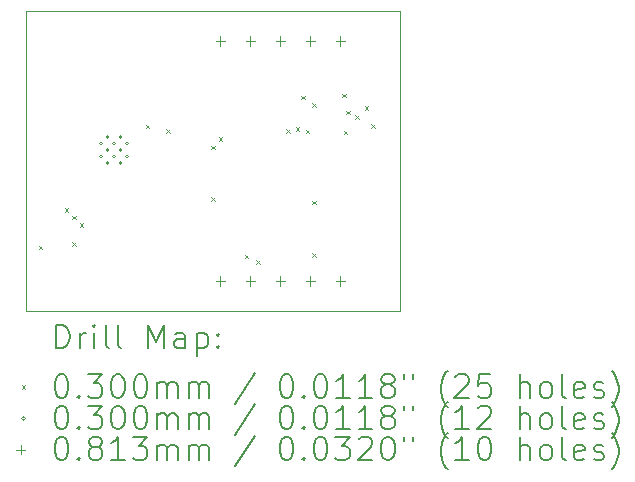
<source format=gbr>
%TF.GenerationSoftware,KiCad,Pcbnew,8.0.3*%
%TF.CreationDate,2024-06-16T13:56:39+02:00*%
%TF.ProjectId,UPET-Wifi,55504554-2d57-4696-9669-2e6b69636164,rev?*%
%TF.SameCoordinates,Original*%
%TF.FileFunction,Drillmap*%
%TF.FilePolarity,Positive*%
%FSLAX45Y45*%
G04 Gerber Fmt 4.5, Leading zero omitted, Abs format (unit mm)*
G04 Created by KiCad (PCBNEW 8.0.3) date 2024-06-16 13:56:39*
%MOMM*%
%LPD*%
G01*
G04 APERTURE LIST*
%ADD10C,0.050000*%
%ADD11C,0.200000*%
%ADD12C,0.100000*%
G04 APERTURE END LIST*
D10*
X15621000Y-10795000D02*
X12448500Y-10795000D01*
X12448500Y-8255000D02*
X15621000Y-8255000D01*
X15621000Y-8255000D02*
X15621000Y-10795000D01*
X12448500Y-10795000D02*
X12448500Y-8255000D01*
D11*
D12*
X12558000Y-10240250D02*
X12588000Y-10270250D01*
X12588000Y-10240250D02*
X12558000Y-10270250D01*
X12780250Y-9922750D02*
X12810250Y-9952750D01*
X12810250Y-9922750D02*
X12780250Y-9952750D01*
X12843750Y-9986250D02*
X12873750Y-10016250D01*
X12873750Y-9986250D02*
X12843750Y-10016250D01*
X12843750Y-10208500D02*
X12873750Y-10238500D01*
X12873750Y-10208500D02*
X12843750Y-10238500D01*
X12907250Y-10049750D02*
X12937250Y-10079750D01*
X12937250Y-10049750D02*
X12907250Y-10079750D01*
X13464538Y-9216000D02*
X13494538Y-9246000D01*
X13494538Y-9216000D02*
X13464538Y-9246000D01*
X13637500Y-9256000D02*
X13667500Y-9286000D01*
X13667500Y-9256000D02*
X13637500Y-9286000D01*
X14018500Y-9394500D02*
X14048500Y-9424500D01*
X14048500Y-9394500D02*
X14018500Y-9424500D01*
X14018500Y-9827500D02*
X14048500Y-9857500D01*
X14048500Y-9827500D02*
X14018500Y-9857500D01*
X14082000Y-9319500D02*
X14112000Y-9349500D01*
X14112000Y-9319500D02*
X14082000Y-9349500D01*
X14302750Y-10317962D02*
X14332750Y-10347962D01*
X14332750Y-10317962D02*
X14302750Y-10347962D01*
X14401573Y-10364224D02*
X14431573Y-10394224D01*
X14431573Y-10364224D02*
X14401573Y-10394224D01*
X14653500Y-9256000D02*
X14683500Y-9286000D01*
X14683500Y-9256000D02*
X14653500Y-9286000D01*
X14736223Y-9235750D02*
X14766223Y-9265750D01*
X14766223Y-9235750D02*
X14736223Y-9265750D01*
X14780500Y-8970250D02*
X14810500Y-9000250D01*
X14810500Y-8970250D02*
X14780500Y-9000250D01*
X14818360Y-9257627D02*
X14848360Y-9287627D01*
X14848360Y-9257627D02*
X14818360Y-9287627D01*
X14875750Y-9033750D02*
X14905750Y-9063750D01*
X14905750Y-9033750D02*
X14875750Y-9063750D01*
X14875750Y-9859250D02*
X14905750Y-9889250D01*
X14905750Y-9859250D02*
X14875750Y-9889250D01*
X14875750Y-10303750D02*
X14905750Y-10333750D01*
X14905750Y-10303750D02*
X14875750Y-10333750D01*
X15130923Y-8951803D02*
X15160923Y-8981803D01*
X15160923Y-8951803D02*
X15130923Y-8981803D01*
X15141769Y-9264693D02*
X15171769Y-9294693D01*
X15171769Y-9264693D02*
X15141769Y-9294693D01*
X15161500Y-9097250D02*
X15191500Y-9127250D01*
X15191500Y-9097250D02*
X15161500Y-9127250D01*
X15237526Y-9135263D02*
X15267526Y-9165263D01*
X15267526Y-9135263D02*
X15237526Y-9165263D01*
X15318584Y-9056908D02*
X15348584Y-9086908D01*
X15348584Y-9056908D02*
X15318584Y-9086908D01*
X15374368Y-9210781D02*
X15404368Y-9240781D01*
X15404368Y-9210781D02*
X15374368Y-9240781D01*
X13101250Y-9374000D02*
G75*
G02*
X13071250Y-9374000I-15000J0D01*
G01*
X13071250Y-9374000D02*
G75*
G02*
X13101250Y-9374000I15000J0D01*
G01*
X13101250Y-9484000D02*
G75*
G02*
X13071250Y-9484000I-15000J0D01*
G01*
X13071250Y-9484000D02*
G75*
G02*
X13101250Y-9484000I15000J0D01*
G01*
X13156250Y-9319000D02*
G75*
G02*
X13126250Y-9319000I-15000J0D01*
G01*
X13126250Y-9319000D02*
G75*
G02*
X13156250Y-9319000I15000J0D01*
G01*
X13156250Y-9429000D02*
G75*
G02*
X13126250Y-9429000I-15000J0D01*
G01*
X13126250Y-9429000D02*
G75*
G02*
X13156250Y-9429000I15000J0D01*
G01*
X13156250Y-9539000D02*
G75*
G02*
X13126250Y-9539000I-15000J0D01*
G01*
X13126250Y-9539000D02*
G75*
G02*
X13156250Y-9539000I15000J0D01*
G01*
X13211250Y-9374000D02*
G75*
G02*
X13181250Y-9374000I-15000J0D01*
G01*
X13181250Y-9374000D02*
G75*
G02*
X13211250Y-9374000I15000J0D01*
G01*
X13211250Y-9484000D02*
G75*
G02*
X13181250Y-9484000I-15000J0D01*
G01*
X13181250Y-9484000D02*
G75*
G02*
X13211250Y-9484000I15000J0D01*
G01*
X13266250Y-9319000D02*
G75*
G02*
X13236250Y-9319000I-15000J0D01*
G01*
X13236250Y-9319000D02*
G75*
G02*
X13266250Y-9319000I15000J0D01*
G01*
X13266250Y-9429000D02*
G75*
G02*
X13236250Y-9429000I-15000J0D01*
G01*
X13236250Y-9429000D02*
G75*
G02*
X13266250Y-9429000I15000J0D01*
G01*
X13266250Y-9539000D02*
G75*
G02*
X13236250Y-9539000I-15000J0D01*
G01*
X13236250Y-9539000D02*
G75*
G02*
X13266250Y-9539000I15000J0D01*
G01*
X13321250Y-9374000D02*
G75*
G02*
X13291250Y-9374000I-15000J0D01*
G01*
X13291250Y-9374000D02*
G75*
G02*
X13321250Y-9374000I15000J0D01*
G01*
X13321250Y-9484000D02*
G75*
G02*
X13291250Y-9484000I-15000J0D01*
G01*
X13291250Y-9484000D02*
G75*
G02*
X13321250Y-9484000I15000J0D01*
G01*
X14097000Y-8468360D02*
X14097000Y-8549640D01*
X14056360Y-8509000D02*
X14137640Y-8509000D01*
X14097000Y-10500360D02*
X14097000Y-10581640D01*
X14056360Y-10541000D02*
X14137640Y-10541000D01*
X14351000Y-8468360D02*
X14351000Y-8549640D01*
X14310360Y-8509000D02*
X14391640Y-8509000D01*
X14351000Y-10500360D02*
X14351000Y-10581640D01*
X14310360Y-10541000D02*
X14391640Y-10541000D01*
X14605000Y-8468360D02*
X14605000Y-8549640D01*
X14564360Y-8509000D02*
X14645640Y-8509000D01*
X14605000Y-10500360D02*
X14605000Y-10581640D01*
X14564360Y-10541000D02*
X14645640Y-10541000D01*
X14859000Y-8468360D02*
X14859000Y-8549640D01*
X14818360Y-8509000D02*
X14899640Y-8509000D01*
X14859000Y-10500360D02*
X14859000Y-10581640D01*
X14818360Y-10541000D02*
X14899640Y-10541000D01*
X15113000Y-8468360D02*
X15113000Y-8549640D01*
X15072360Y-8509000D02*
X15153640Y-8509000D01*
X15113000Y-10500360D02*
X15113000Y-10581640D01*
X15072360Y-10541000D02*
X15153640Y-10541000D01*
D11*
X12706777Y-11108984D02*
X12706777Y-10908984D01*
X12706777Y-10908984D02*
X12754396Y-10908984D01*
X12754396Y-10908984D02*
X12782967Y-10918508D01*
X12782967Y-10918508D02*
X12802015Y-10937555D01*
X12802015Y-10937555D02*
X12811539Y-10956603D01*
X12811539Y-10956603D02*
X12821062Y-10994698D01*
X12821062Y-10994698D02*
X12821062Y-11023270D01*
X12821062Y-11023270D02*
X12811539Y-11061365D01*
X12811539Y-11061365D02*
X12802015Y-11080412D01*
X12802015Y-11080412D02*
X12782967Y-11099460D01*
X12782967Y-11099460D02*
X12754396Y-11108984D01*
X12754396Y-11108984D02*
X12706777Y-11108984D01*
X12906777Y-11108984D02*
X12906777Y-10975650D01*
X12906777Y-11013746D02*
X12916301Y-10994698D01*
X12916301Y-10994698D02*
X12925824Y-10985174D01*
X12925824Y-10985174D02*
X12944872Y-10975650D01*
X12944872Y-10975650D02*
X12963920Y-10975650D01*
X13030586Y-11108984D02*
X13030586Y-10975650D01*
X13030586Y-10908984D02*
X13021062Y-10918508D01*
X13021062Y-10918508D02*
X13030586Y-10928031D01*
X13030586Y-10928031D02*
X13040110Y-10918508D01*
X13040110Y-10918508D02*
X13030586Y-10908984D01*
X13030586Y-10908984D02*
X13030586Y-10928031D01*
X13154396Y-11108984D02*
X13135348Y-11099460D01*
X13135348Y-11099460D02*
X13125824Y-11080412D01*
X13125824Y-11080412D02*
X13125824Y-10908984D01*
X13259158Y-11108984D02*
X13240110Y-11099460D01*
X13240110Y-11099460D02*
X13230586Y-11080412D01*
X13230586Y-11080412D02*
X13230586Y-10908984D01*
X13487729Y-11108984D02*
X13487729Y-10908984D01*
X13487729Y-10908984D02*
X13554396Y-11051841D01*
X13554396Y-11051841D02*
X13621062Y-10908984D01*
X13621062Y-10908984D02*
X13621062Y-11108984D01*
X13802015Y-11108984D02*
X13802015Y-11004222D01*
X13802015Y-11004222D02*
X13792491Y-10985174D01*
X13792491Y-10985174D02*
X13773443Y-10975650D01*
X13773443Y-10975650D02*
X13735348Y-10975650D01*
X13735348Y-10975650D02*
X13716301Y-10985174D01*
X13802015Y-11099460D02*
X13782967Y-11108984D01*
X13782967Y-11108984D02*
X13735348Y-11108984D01*
X13735348Y-11108984D02*
X13716301Y-11099460D01*
X13716301Y-11099460D02*
X13706777Y-11080412D01*
X13706777Y-11080412D02*
X13706777Y-11061365D01*
X13706777Y-11061365D02*
X13716301Y-11042317D01*
X13716301Y-11042317D02*
X13735348Y-11032793D01*
X13735348Y-11032793D02*
X13782967Y-11032793D01*
X13782967Y-11032793D02*
X13802015Y-11023270D01*
X13897253Y-10975650D02*
X13897253Y-11175650D01*
X13897253Y-10985174D02*
X13916301Y-10975650D01*
X13916301Y-10975650D02*
X13954396Y-10975650D01*
X13954396Y-10975650D02*
X13973443Y-10985174D01*
X13973443Y-10985174D02*
X13982967Y-10994698D01*
X13982967Y-10994698D02*
X13992491Y-11013746D01*
X13992491Y-11013746D02*
X13992491Y-11070889D01*
X13992491Y-11070889D02*
X13982967Y-11089936D01*
X13982967Y-11089936D02*
X13973443Y-11099460D01*
X13973443Y-11099460D02*
X13954396Y-11108984D01*
X13954396Y-11108984D02*
X13916301Y-11108984D01*
X13916301Y-11108984D02*
X13897253Y-11099460D01*
X14078205Y-11089936D02*
X14087729Y-11099460D01*
X14087729Y-11099460D02*
X14078205Y-11108984D01*
X14078205Y-11108984D02*
X14068682Y-11099460D01*
X14068682Y-11099460D02*
X14078205Y-11089936D01*
X14078205Y-11089936D02*
X14078205Y-11108984D01*
X14078205Y-10985174D02*
X14087729Y-10994698D01*
X14087729Y-10994698D02*
X14078205Y-11004222D01*
X14078205Y-11004222D02*
X14068682Y-10994698D01*
X14068682Y-10994698D02*
X14078205Y-10985174D01*
X14078205Y-10985174D02*
X14078205Y-11004222D01*
D12*
X12416000Y-11422500D02*
X12446000Y-11452500D01*
X12446000Y-11422500D02*
X12416000Y-11452500D01*
D11*
X12744872Y-11328984D02*
X12763920Y-11328984D01*
X12763920Y-11328984D02*
X12782967Y-11338508D01*
X12782967Y-11338508D02*
X12792491Y-11348031D01*
X12792491Y-11348031D02*
X12802015Y-11367079D01*
X12802015Y-11367079D02*
X12811539Y-11405174D01*
X12811539Y-11405174D02*
X12811539Y-11452793D01*
X12811539Y-11452793D02*
X12802015Y-11490888D01*
X12802015Y-11490888D02*
X12792491Y-11509936D01*
X12792491Y-11509936D02*
X12782967Y-11519460D01*
X12782967Y-11519460D02*
X12763920Y-11528984D01*
X12763920Y-11528984D02*
X12744872Y-11528984D01*
X12744872Y-11528984D02*
X12725824Y-11519460D01*
X12725824Y-11519460D02*
X12716301Y-11509936D01*
X12716301Y-11509936D02*
X12706777Y-11490888D01*
X12706777Y-11490888D02*
X12697253Y-11452793D01*
X12697253Y-11452793D02*
X12697253Y-11405174D01*
X12697253Y-11405174D02*
X12706777Y-11367079D01*
X12706777Y-11367079D02*
X12716301Y-11348031D01*
X12716301Y-11348031D02*
X12725824Y-11338508D01*
X12725824Y-11338508D02*
X12744872Y-11328984D01*
X12897253Y-11509936D02*
X12906777Y-11519460D01*
X12906777Y-11519460D02*
X12897253Y-11528984D01*
X12897253Y-11528984D02*
X12887729Y-11519460D01*
X12887729Y-11519460D02*
X12897253Y-11509936D01*
X12897253Y-11509936D02*
X12897253Y-11528984D01*
X12973443Y-11328984D02*
X13097253Y-11328984D01*
X13097253Y-11328984D02*
X13030586Y-11405174D01*
X13030586Y-11405174D02*
X13059158Y-11405174D01*
X13059158Y-11405174D02*
X13078205Y-11414698D01*
X13078205Y-11414698D02*
X13087729Y-11424222D01*
X13087729Y-11424222D02*
X13097253Y-11443269D01*
X13097253Y-11443269D02*
X13097253Y-11490888D01*
X13097253Y-11490888D02*
X13087729Y-11509936D01*
X13087729Y-11509936D02*
X13078205Y-11519460D01*
X13078205Y-11519460D02*
X13059158Y-11528984D01*
X13059158Y-11528984D02*
X13002015Y-11528984D01*
X13002015Y-11528984D02*
X12982967Y-11519460D01*
X12982967Y-11519460D02*
X12973443Y-11509936D01*
X13221062Y-11328984D02*
X13240110Y-11328984D01*
X13240110Y-11328984D02*
X13259158Y-11338508D01*
X13259158Y-11338508D02*
X13268682Y-11348031D01*
X13268682Y-11348031D02*
X13278205Y-11367079D01*
X13278205Y-11367079D02*
X13287729Y-11405174D01*
X13287729Y-11405174D02*
X13287729Y-11452793D01*
X13287729Y-11452793D02*
X13278205Y-11490888D01*
X13278205Y-11490888D02*
X13268682Y-11509936D01*
X13268682Y-11509936D02*
X13259158Y-11519460D01*
X13259158Y-11519460D02*
X13240110Y-11528984D01*
X13240110Y-11528984D02*
X13221062Y-11528984D01*
X13221062Y-11528984D02*
X13202015Y-11519460D01*
X13202015Y-11519460D02*
X13192491Y-11509936D01*
X13192491Y-11509936D02*
X13182967Y-11490888D01*
X13182967Y-11490888D02*
X13173443Y-11452793D01*
X13173443Y-11452793D02*
X13173443Y-11405174D01*
X13173443Y-11405174D02*
X13182967Y-11367079D01*
X13182967Y-11367079D02*
X13192491Y-11348031D01*
X13192491Y-11348031D02*
X13202015Y-11338508D01*
X13202015Y-11338508D02*
X13221062Y-11328984D01*
X13411539Y-11328984D02*
X13430586Y-11328984D01*
X13430586Y-11328984D02*
X13449634Y-11338508D01*
X13449634Y-11338508D02*
X13459158Y-11348031D01*
X13459158Y-11348031D02*
X13468682Y-11367079D01*
X13468682Y-11367079D02*
X13478205Y-11405174D01*
X13478205Y-11405174D02*
X13478205Y-11452793D01*
X13478205Y-11452793D02*
X13468682Y-11490888D01*
X13468682Y-11490888D02*
X13459158Y-11509936D01*
X13459158Y-11509936D02*
X13449634Y-11519460D01*
X13449634Y-11519460D02*
X13430586Y-11528984D01*
X13430586Y-11528984D02*
X13411539Y-11528984D01*
X13411539Y-11528984D02*
X13392491Y-11519460D01*
X13392491Y-11519460D02*
X13382967Y-11509936D01*
X13382967Y-11509936D02*
X13373443Y-11490888D01*
X13373443Y-11490888D02*
X13363920Y-11452793D01*
X13363920Y-11452793D02*
X13363920Y-11405174D01*
X13363920Y-11405174D02*
X13373443Y-11367079D01*
X13373443Y-11367079D02*
X13382967Y-11348031D01*
X13382967Y-11348031D02*
X13392491Y-11338508D01*
X13392491Y-11338508D02*
X13411539Y-11328984D01*
X13563920Y-11528984D02*
X13563920Y-11395650D01*
X13563920Y-11414698D02*
X13573443Y-11405174D01*
X13573443Y-11405174D02*
X13592491Y-11395650D01*
X13592491Y-11395650D02*
X13621063Y-11395650D01*
X13621063Y-11395650D02*
X13640110Y-11405174D01*
X13640110Y-11405174D02*
X13649634Y-11424222D01*
X13649634Y-11424222D02*
X13649634Y-11528984D01*
X13649634Y-11424222D02*
X13659158Y-11405174D01*
X13659158Y-11405174D02*
X13678205Y-11395650D01*
X13678205Y-11395650D02*
X13706777Y-11395650D01*
X13706777Y-11395650D02*
X13725824Y-11405174D01*
X13725824Y-11405174D02*
X13735348Y-11424222D01*
X13735348Y-11424222D02*
X13735348Y-11528984D01*
X13830586Y-11528984D02*
X13830586Y-11395650D01*
X13830586Y-11414698D02*
X13840110Y-11405174D01*
X13840110Y-11405174D02*
X13859158Y-11395650D01*
X13859158Y-11395650D02*
X13887729Y-11395650D01*
X13887729Y-11395650D02*
X13906777Y-11405174D01*
X13906777Y-11405174D02*
X13916301Y-11424222D01*
X13916301Y-11424222D02*
X13916301Y-11528984D01*
X13916301Y-11424222D02*
X13925824Y-11405174D01*
X13925824Y-11405174D02*
X13944872Y-11395650D01*
X13944872Y-11395650D02*
X13973443Y-11395650D01*
X13973443Y-11395650D02*
X13992491Y-11405174D01*
X13992491Y-11405174D02*
X14002015Y-11424222D01*
X14002015Y-11424222D02*
X14002015Y-11528984D01*
X14392491Y-11319460D02*
X14221063Y-11576603D01*
X14649634Y-11328984D02*
X14668682Y-11328984D01*
X14668682Y-11328984D02*
X14687729Y-11338508D01*
X14687729Y-11338508D02*
X14697253Y-11348031D01*
X14697253Y-11348031D02*
X14706777Y-11367079D01*
X14706777Y-11367079D02*
X14716301Y-11405174D01*
X14716301Y-11405174D02*
X14716301Y-11452793D01*
X14716301Y-11452793D02*
X14706777Y-11490888D01*
X14706777Y-11490888D02*
X14697253Y-11509936D01*
X14697253Y-11509936D02*
X14687729Y-11519460D01*
X14687729Y-11519460D02*
X14668682Y-11528984D01*
X14668682Y-11528984D02*
X14649634Y-11528984D01*
X14649634Y-11528984D02*
X14630586Y-11519460D01*
X14630586Y-11519460D02*
X14621063Y-11509936D01*
X14621063Y-11509936D02*
X14611539Y-11490888D01*
X14611539Y-11490888D02*
X14602015Y-11452793D01*
X14602015Y-11452793D02*
X14602015Y-11405174D01*
X14602015Y-11405174D02*
X14611539Y-11367079D01*
X14611539Y-11367079D02*
X14621063Y-11348031D01*
X14621063Y-11348031D02*
X14630586Y-11338508D01*
X14630586Y-11338508D02*
X14649634Y-11328984D01*
X14802015Y-11509936D02*
X14811539Y-11519460D01*
X14811539Y-11519460D02*
X14802015Y-11528984D01*
X14802015Y-11528984D02*
X14792491Y-11519460D01*
X14792491Y-11519460D02*
X14802015Y-11509936D01*
X14802015Y-11509936D02*
X14802015Y-11528984D01*
X14935348Y-11328984D02*
X14954396Y-11328984D01*
X14954396Y-11328984D02*
X14973444Y-11338508D01*
X14973444Y-11338508D02*
X14982967Y-11348031D01*
X14982967Y-11348031D02*
X14992491Y-11367079D01*
X14992491Y-11367079D02*
X15002015Y-11405174D01*
X15002015Y-11405174D02*
X15002015Y-11452793D01*
X15002015Y-11452793D02*
X14992491Y-11490888D01*
X14992491Y-11490888D02*
X14982967Y-11509936D01*
X14982967Y-11509936D02*
X14973444Y-11519460D01*
X14973444Y-11519460D02*
X14954396Y-11528984D01*
X14954396Y-11528984D02*
X14935348Y-11528984D01*
X14935348Y-11528984D02*
X14916301Y-11519460D01*
X14916301Y-11519460D02*
X14906777Y-11509936D01*
X14906777Y-11509936D02*
X14897253Y-11490888D01*
X14897253Y-11490888D02*
X14887729Y-11452793D01*
X14887729Y-11452793D02*
X14887729Y-11405174D01*
X14887729Y-11405174D02*
X14897253Y-11367079D01*
X14897253Y-11367079D02*
X14906777Y-11348031D01*
X14906777Y-11348031D02*
X14916301Y-11338508D01*
X14916301Y-11338508D02*
X14935348Y-11328984D01*
X15192491Y-11528984D02*
X15078206Y-11528984D01*
X15135348Y-11528984D02*
X15135348Y-11328984D01*
X15135348Y-11328984D02*
X15116301Y-11357555D01*
X15116301Y-11357555D02*
X15097253Y-11376603D01*
X15097253Y-11376603D02*
X15078206Y-11386127D01*
X15382967Y-11528984D02*
X15268682Y-11528984D01*
X15325825Y-11528984D02*
X15325825Y-11328984D01*
X15325825Y-11328984D02*
X15306777Y-11357555D01*
X15306777Y-11357555D02*
X15287729Y-11376603D01*
X15287729Y-11376603D02*
X15268682Y-11386127D01*
X15497253Y-11414698D02*
X15478206Y-11405174D01*
X15478206Y-11405174D02*
X15468682Y-11395650D01*
X15468682Y-11395650D02*
X15459158Y-11376603D01*
X15459158Y-11376603D02*
X15459158Y-11367079D01*
X15459158Y-11367079D02*
X15468682Y-11348031D01*
X15468682Y-11348031D02*
X15478206Y-11338508D01*
X15478206Y-11338508D02*
X15497253Y-11328984D01*
X15497253Y-11328984D02*
X15535348Y-11328984D01*
X15535348Y-11328984D02*
X15554396Y-11338508D01*
X15554396Y-11338508D02*
X15563920Y-11348031D01*
X15563920Y-11348031D02*
X15573444Y-11367079D01*
X15573444Y-11367079D02*
X15573444Y-11376603D01*
X15573444Y-11376603D02*
X15563920Y-11395650D01*
X15563920Y-11395650D02*
X15554396Y-11405174D01*
X15554396Y-11405174D02*
X15535348Y-11414698D01*
X15535348Y-11414698D02*
X15497253Y-11414698D01*
X15497253Y-11414698D02*
X15478206Y-11424222D01*
X15478206Y-11424222D02*
X15468682Y-11433746D01*
X15468682Y-11433746D02*
X15459158Y-11452793D01*
X15459158Y-11452793D02*
X15459158Y-11490888D01*
X15459158Y-11490888D02*
X15468682Y-11509936D01*
X15468682Y-11509936D02*
X15478206Y-11519460D01*
X15478206Y-11519460D02*
X15497253Y-11528984D01*
X15497253Y-11528984D02*
X15535348Y-11528984D01*
X15535348Y-11528984D02*
X15554396Y-11519460D01*
X15554396Y-11519460D02*
X15563920Y-11509936D01*
X15563920Y-11509936D02*
X15573444Y-11490888D01*
X15573444Y-11490888D02*
X15573444Y-11452793D01*
X15573444Y-11452793D02*
X15563920Y-11433746D01*
X15563920Y-11433746D02*
X15554396Y-11424222D01*
X15554396Y-11424222D02*
X15535348Y-11414698D01*
X15649634Y-11328984D02*
X15649634Y-11367079D01*
X15725825Y-11328984D02*
X15725825Y-11367079D01*
X16021063Y-11605174D02*
X16011539Y-11595650D01*
X16011539Y-11595650D02*
X15992491Y-11567079D01*
X15992491Y-11567079D02*
X15982968Y-11548031D01*
X15982968Y-11548031D02*
X15973444Y-11519460D01*
X15973444Y-11519460D02*
X15963920Y-11471841D01*
X15963920Y-11471841D02*
X15963920Y-11433746D01*
X15963920Y-11433746D02*
X15973444Y-11386127D01*
X15973444Y-11386127D02*
X15982968Y-11357555D01*
X15982968Y-11357555D02*
X15992491Y-11338508D01*
X15992491Y-11338508D02*
X16011539Y-11309936D01*
X16011539Y-11309936D02*
X16021063Y-11300412D01*
X16087729Y-11348031D02*
X16097253Y-11338508D01*
X16097253Y-11338508D02*
X16116301Y-11328984D01*
X16116301Y-11328984D02*
X16163920Y-11328984D01*
X16163920Y-11328984D02*
X16182968Y-11338508D01*
X16182968Y-11338508D02*
X16192491Y-11348031D01*
X16192491Y-11348031D02*
X16202015Y-11367079D01*
X16202015Y-11367079D02*
X16202015Y-11386127D01*
X16202015Y-11386127D02*
X16192491Y-11414698D01*
X16192491Y-11414698D02*
X16078206Y-11528984D01*
X16078206Y-11528984D02*
X16202015Y-11528984D01*
X16382968Y-11328984D02*
X16287729Y-11328984D01*
X16287729Y-11328984D02*
X16278206Y-11424222D01*
X16278206Y-11424222D02*
X16287729Y-11414698D01*
X16287729Y-11414698D02*
X16306777Y-11405174D01*
X16306777Y-11405174D02*
X16354396Y-11405174D01*
X16354396Y-11405174D02*
X16373444Y-11414698D01*
X16373444Y-11414698D02*
X16382968Y-11424222D01*
X16382968Y-11424222D02*
X16392491Y-11443269D01*
X16392491Y-11443269D02*
X16392491Y-11490888D01*
X16392491Y-11490888D02*
X16382968Y-11509936D01*
X16382968Y-11509936D02*
X16373444Y-11519460D01*
X16373444Y-11519460D02*
X16354396Y-11528984D01*
X16354396Y-11528984D02*
X16306777Y-11528984D01*
X16306777Y-11528984D02*
X16287729Y-11519460D01*
X16287729Y-11519460D02*
X16278206Y-11509936D01*
X16630587Y-11528984D02*
X16630587Y-11328984D01*
X16716301Y-11528984D02*
X16716301Y-11424222D01*
X16716301Y-11424222D02*
X16706777Y-11405174D01*
X16706777Y-11405174D02*
X16687730Y-11395650D01*
X16687730Y-11395650D02*
X16659158Y-11395650D01*
X16659158Y-11395650D02*
X16640110Y-11405174D01*
X16640110Y-11405174D02*
X16630587Y-11414698D01*
X16840111Y-11528984D02*
X16821063Y-11519460D01*
X16821063Y-11519460D02*
X16811539Y-11509936D01*
X16811539Y-11509936D02*
X16802015Y-11490888D01*
X16802015Y-11490888D02*
X16802015Y-11433746D01*
X16802015Y-11433746D02*
X16811539Y-11414698D01*
X16811539Y-11414698D02*
X16821063Y-11405174D01*
X16821063Y-11405174D02*
X16840111Y-11395650D01*
X16840111Y-11395650D02*
X16868682Y-11395650D01*
X16868682Y-11395650D02*
X16887730Y-11405174D01*
X16887730Y-11405174D02*
X16897253Y-11414698D01*
X16897253Y-11414698D02*
X16906777Y-11433746D01*
X16906777Y-11433746D02*
X16906777Y-11490888D01*
X16906777Y-11490888D02*
X16897253Y-11509936D01*
X16897253Y-11509936D02*
X16887730Y-11519460D01*
X16887730Y-11519460D02*
X16868682Y-11528984D01*
X16868682Y-11528984D02*
X16840111Y-11528984D01*
X17021063Y-11528984D02*
X17002015Y-11519460D01*
X17002015Y-11519460D02*
X16992492Y-11500412D01*
X16992492Y-11500412D02*
X16992492Y-11328984D01*
X17173444Y-11519460D02*
X17154396Y-11528984D01*
X17154396Y-11528984D02*
X17116301Y-11528984D01*
X17116301Y-11528984D02*
X17097253Y-11519460D01*
X17097253Y-11519460D02*
X17087730Y-11500412D01*
X17087730Y-11500412D02*
X17087730Y-11424222D01*
X17087730Y-11424222D02*
X17097253Y-11405174D01*
X17097253Y-11405174D02*
X17116301Y-11395650D01*
X17116301Y-11395650D02*
X17154396Y-11395650D01*
X17154396Y-11395650D02*
X17173444Y-11405174D01*
X17173444Y-11405174D02*
X17182968Y-11424222D01*
X17182968Y-11424222D02*
X17182968Y-11443269D01*
X17182968Y-11443269D02*
X17087730Y-11462317D01*
X17259158Y-11519460D02*
X17278206Y-11528984D01*
X17278206Y-11528984D02*
X17316301Y-11528984D01*
X17316301Y-11528984D02*
X17335349Y-11519460D01*
X17335349Y-11519460D02*
X17344873Y-11500412D01*
X17344873Y-11500412D02*
X17344873Y-11490888D01*
X17344873Y-11490888D02*
X17335349Y-11471841D01*
X17335349Y-11471841D02*
X17316301Y-11462317D01*
X17316301Y-11462317D02*
X17287730Y-11462317D01*
X17287730Y-11462317D02*
X17268682Y-11452793D01*
X17268682Y-11452793D02*
X17259158Y-11433746D01*
X17259158Y-11433746D02*
X17259158Y-11424222D01*
X17259158Y-11424222D02*
X17268682Y-11405174D01*
X17268682Y-11405174D02*
X17287730Y-11395650D01*
X17287730Y-11395650D02*
X17316301Y-11395650D01*
X17316301Y-11395650D02*
X17335349Y-11405174D01*
X17411539Y-11605174D02*
X17421063Y-11595650D01*
X17421063Y-11595650D02*
X17440111Y-11567079D01*
X17440111Y-11567079D02*
X17449634Y-11548031D01*
X17449634Y-11548031D02*
X17459158Y-11519460D01*
X17459158Y-11519460D02*
X17468682Y-11471841D01*
X17468682Y-11471841D02*
X17468682Y-11433746D01*
X17468682Y-11433746D02*
X17459158Y-11386127D01*
X17459158Y-11386127D02*
X17449634Y-11357555D01*
X17449634Y-11357555D02*
X17440111Y-11338508D01*
X17440111Y-11338508D02*
X17421063Y-11309936D01*
X17421063Y-11309936D02*
X17411539Y-11300412D01*
D12*
X12446000Y-11701500D02*
G75*
G02*
X12416000Y-11701500I-15000J0D01*
G01*
X12416000Y-11701500D02*
G75*
G02*
X12446000Y-11701500I15000J0D01*
G01*
D11*
X12744872Y-11592984D02*
X12763920Y-11592984D01*
X12763920Y-11592984D02*
X12782967Y-11602508D01*
X12782967Y-11602508D02*
X12792491Y-11612031D01*
X12792491Y-11612031D02*
X12802015Y-11631079D01*
X12802015Y-11631079D02*
X12811539Y-11669174D01*
X12811539Y-11669174D02*
X12811539Y-11716793D01*
X12811539Y-11716793D02*
X12802015Y-11754888D01*
X12802015Y-11754888D02*
X12792491Y-11773936D01*
X12792491Y-11773936D02*
X12782967Y-11783460D01*
X12782967Y-11783460D02*
X12763920Y-11792984D01*
X12763920Y-11792984D02*
X12744872Y-11792984D01*
X12744872Y-11792984D02*
X12725824Y-11783460D01*
X12725824Y-11783460D02*
X12716301Y-11773936D01*
X12716301Y-11773936D02*
X12706777Y-11754888D01*
X12706777Y-11754888D02*
X12697253Y-11716793D01*
X12697253Y-11716793D02*
X12697253Y-11669174D01*
X12697253Y-11669174D02*
X12706777Y-11631079D01*
X12706777Y-11631079D02*
X12716301Y-11612031D01*
X12716301Y-11612031D02*
X12725824Y-11602508D01*
X12725824Y-11602508D02*
X12744872Y-11592984D01*
X12897253Y-11773936D02*
X12906777Y-11783460D01*
X12906777Y-11783460D02*
X12897253Y-11792984D01*
X12897253Y-11792984D02*
X12887729Y-11783460D01*
X12887729Y-11783460D02*
X12897253Y-11773936D01*
X12897253Y-11773936D02*
X12897253Y-11792984D01*
X12973443Y-11592984D02*
X13097253Y-11592984D01*
X13097253Y-11592984D02*
X13030586Y-11669174D01*
X13030586Y-11669174D02*
X13059158Y-11669174D01*
X13059158Y-11669174D02*
X13078205Y-11678698D01*
X13078205Y-11678698D02*
X13087729Y-11688222D01*
X13087729Y-11688222D02*
X13097253Y-11707269D01*
X13097253Y-11707269D02*
X13097253Y-11754888D01*
X13097253Y-11754888D02*
X13087729Y-11773936D01*
X13087729Y-11773936D02*
X13078205Y-11783460D01*
X13078205Y-11783460D02*
X13059158Y-11792984D01*
X13059158Y-11792984D02*
X13002015Y-11792984D01*
X13002015Y-11792984D02*
X12982967Y-11783460D01*
X12982967Y-11783460D02*
X12973443Y-11773936D01*
X13221062Y-11592984D02*
X13240110Y-11592984D01*
X13240110Y-11592984D02*
X13259158Y-11602508D01*
X13259158Y-11602508D02*
X13268682Y-11612031D01*
X13268682Y-11612031D02*
X13278205Y-11631079D01*
X13278205Y-11631079D02*
X13287729Y-11669174D01*
X13287729Y-11669174D02*
X13287729Y-11716793D01*
X13287729Y-11716793D02*
X13278205Y-11754888D01*
X13278205Y-11754888D02*
X13268682Y-11773936D01*
X13268682Y-11773936D02*
X13259158Y-11783460D01*
X13259158Y-11783460D02*
X13240110Y-11792984D01*
X13240110Y-11792984D02*
X13221062Y-11792984D01*
X13221062Y-11792984D02*
X13202015Y-11783460D01*
X13202015Y-11783460D02*
X13192491Y-11773936D01*
X13192491Y-11773936D02*
X13182967Y-11754888D01*
X13182967Y-11754888D02*
X13173443Y-11716793D01*
X13173443Y-11716793D02*
X13173443Y-11669174D01*
X13173443Y-11669174D02*
X13182967Y-11631079D01*
X13182967Y-11631079D02*
X13192491Y-11612031D01*
X13192491Y-11612031D02*
X13202015Y-11602508D01*
X13202015Y-11602508D02*
X13221062Y-11592984D01*
X13411539Y-11592984D02*
X13430586Y-11592984D01*
X13430586Y-11592984D02*
X13449634Y-11602508D01*
X13449634Y-11602508D02*
X13459158Y-11612031D01*
X13459158Y-11612031D02*
X13468682Y-11631079D01*
X13468682Y-11631079D02*
X13478205Y-11669174D01*
X13478205Y-11669174D02*
X13478205Y-11716793D01*
X13478205Y-11716793D02*
X13468682Y-11754888D01*
X13468682Y-11754888D02*
X13459158Y-11773936D01*
X13459158Y-11773936D02*
X13449634Y-11783460D01*
X13449634Y-11783460D02*
X13430586Y-11792984D01*
X13430586Y-11792984D02*
X13411539Y-11792984D01*
X13411539Y-11792984D02*
X13392491Y-11783460D01*
X13392491Y-11783460D02*
X13382967Y-11773936D01*
X13382967Y-11773936D02*
X13373443Y-11754888D01*
X13373443Y-11754888D02*
X13363920Y-11716793D01*
X13363920Y-11716793D02*
X13363920Y-11669174D01*
X13363920Y-11669174D02*
X13373443Y-11631079D01*
X13373443Y-11631079D02*
X13382967Y-11612031D01*
X13382967Y-11612031D02*
X13392491Y-11602508D01*
X13392491Y-11602508D02*
X13411539Y-11592984D01*
X13563920Y-11792984D02*
X13563920Y-11659650D01*
X13563920Y-11678698D02*
X13573443Y-11669174D01*
X13573443Y-11669174D02*
X13592491Y-11659650D01*
X13592491Y-11659650D02*
X13621063Y-11659650D01*
X13621063Y-11659650D02*
X13640110Y-11669174D01*
X13640110Y-11669174D02*
X13649634Y-11688222D01*
X13649634Y-11688222D02*
X13649634Y-11792984D01*
X13649634Y-11688222D02*
X13659158Y-11669174D01*
X13659158Y-11669174D02*
X13678205Y-11659650D01*
X13678205Y-11659650D02*
X13706777Y-11659650D01*
X13706777Y-11659650D02*
X13725824Y-11669174D01*
X13725824Y-11669174D02*
X13735348Y-11688222D01*
X13735348Y-11688222D02*
X13735348Y-11792984D01*
X13830586Y-11792984D02*
X13830586Y-11659650D01*
X13830586Y-11678698D02*
X13840110Y-11669174D01*
X13840110Y-11669174D02*
X13859158Y-11659650D01*
X13859158Y-11659650D02*
X13887729Y-11659650D01*
X13887729Y-11659650D02*
X13906777Y-11669174D01*
X13906777Y-11669174D02*
X13916301Y-11688222D01*
X13916301Y-11688222D02*
X13916301Y-11792984D01*
X13916301Y-11688222D02*
X13925824Y-11669174D01*
X13925824Y-11669174D02*
X13944872Y-11659650D01*
X13944872Y-11659650D02*
X13973443Y-11659650D01*
X13973443Y-11659650D02*
X13992491Y-11669174D01*
X13992491Y-11669174D02*
X14002015Y-11688222D01*
X14002015Y-11688222D02*
X14002015Y-11792984D01*
X14392491Y-11583460D02*
X14221063Y-11840603D01*
X14649634Y-11592984D02*
X14668682Y-11592984D01*
X14668682Y-11592984D02*
X14687729Y-11602508D01*
X14687729Y-11602508D02*
X14697253Y-11612031D01*
X14697253Y-11612031D02*
X14706777Y-11631079D01*
X14706777Y-11631079D02*
X14716301Y-11669174D01*
X14716301Y-11669174D02*
X14716301Y-11716793D01*
X14716301Y-11716793D02*
X14706777Y-11754888D01*
X14706777Y-11754888D02*
X14697253Y-11773936D01*
X14697253Y-11773936D02*
X14687729Y-11783460D01*
X14687729Y-11783460D02*
X14668682Y-11792984D01*
X14668682Y-11792984D02*
X14649634Y-11792984D01*
X14649634Y-11792984D02*
X14630586Y-11783460D01*
X14630586Y-11783460D02*
X14621063Y-11773936D01*
X14621063Y-11773936D02*
X14611539Y-11754888D01*
X14611539Y-11754888D02*
X14602015Y-11716793D01*
X14602015Y-11716793D02*
X14602015Y-11669174D01*
X14602015Y-11669174D02*
X14611539Y-11631079D01*
X14611539Y-11631079D02*
X14621063Y-11612031D01*
X14621063Y-11612031D02*
X14630586Y-11602508D01*
X14630586Y-11602508D02*
X14649634Y-11592984D01*
X14802015Y-11773936D02*
X14811539Y-11783460D01*
X14811539Y-11783460D02*
X14802015Y-11792984D01*
X14802015Y-11792984D02*
X14792491Y-11783460D01*
X14792491Y-11783460D02*
X14802015Y-11773936D01*
X14802015Y-11773936D02*
X14802015Y-11792984D01*
X14935348Y-11592984D02*
X14954396Y-11592984D01*
X14954396Y-11592984D02*
X14973444Y-11602508D01*
X14973444Y-11602508D02*
X14982967Y-11612031D01*
X14982967Y-11612031D02*
X14992491Y-11631079D01*
X14992491Y-11631079D02*
X15002015Y-11669174D01*
X15002015Y-11669174D02*
X15002015Y-11716793D01*
X15002015Y-11716793D02*
X14992491Y-11754888D01*
X14992491Y-11754888D02*
X14982967Y-11773936D01*
X14982967Y-11773936D02*
X14973444Y-11783460D01*
X14973444Y-11783460D02*
X14954396Y-11792984D01*
X14954396Y-11792984D02*
X14935348Y-11792984D01*
X14935348Y-11792984D02*
X14916301Y-11783460D01*
X14916301Y-11783460D02*
X14906777Y-11773936D01*
X14906777Y-11773936D02*
X14897253Y-11754888D01*
X14897253Y-11754888D02*
X14887729Y-11716793D01*
X14887729Y-11716793D02*
X14887729Y-11669174D01*
X14887729Y-11669174D02*
X14897253Y-11631079D01*
X14897253Y-11631079D02*
X14906777Y-11612031D01*
X14906777Y-11612031D02*
X14916301Y-11602508D01*
X14916301Y-11602508D02*
X14935348Y-11592984D01*
X15192491Y-11792984D02*
X15078206Y-11792984D01*
X15135348Y-11792984D02*
X15135348Y-11592984D01*
X15135348Y-11592984D02*
X15116301Y-11621555D01*
X15116301Y-11621555D02*
X15097253Y-11640603D01*
X15097253Y-11640603D02*
X15078206Y-11650127D01*
X15382967Y-11792984D02*
X15268682Y-11792984D01*
X15325825Y-11792984D02*
X15325825Y-11592984D01*
X15325825Y-11592984D02*
X15306777Y-11621555D01*
X15306777Y-11621555D02*
X15287729Y-11640603D01*
X15287729Y-11640603D02*
X15268682Y-11650127D01*
X15497253Y-11678698D02*
X15478206Y-11669174D01*
X15478206Y-11669174D02*
X15468682Y-11659650D01*
X15468682Y-11659650D02*
X15459158Y-11640603D01*
X15459158Y-11640603D02*
X15459158Y-11631079D01*
X15459158Y-11631079D02*
X15468682Y-11612031D01*
X15468682Y-11612031D02*
X15478206Y-11602508D01*
X15478206Y-11602508D02*
X15497253Y-11592984D01*
X15497253Y-11592984D02*
X15535348Y-11592984D01*
X15535348Y-11592984D02*
X15554396Y-11602508D01*
X15554396Y-11602508D02*
X15563920Y-11612031D01*
X15563920Y-11612031D02*
X15573444Y-11631079D01*
X15573444Y-11631079D02*
X15573444Y-11640603D01*
X15573444Y-11640603D02*
X15563920Y-11659650D01*
X15563920Y-11659650D02*
X15554396Y-11669174D01*
X15554396Y-11669174D02*
X15535348Y-11678698D01*
X15535348Y-11678698D02*
X15497253Y-11678698D01*
X15497253Y-11678698D02*
X15478206Y-11688222D01*
X15478206Y-11688222D02*
X15468682Y-11697746D01*
X15468682Y-11697746D02*
X15459158Y-11716793D01*
X15459158Y-11716793D02*
X15459158Y-11754888D01*
X15459158Y-11754888D02*
X15468682Y-11773936D01*
X15468682Y-11773936D02*
X15478206Y-11783460D01*
X15478206Y-11783460D02*
X15497253Y-11792984D01*
X15497253Y-11792984D02*
X15535348Y-11792984D01*
X15535348Y-11792984D02*
X15554396Y-11783460D01*
X15554396Y-11783460D02*
X15563920Y-11773936D01*
X15563920Y-11773936D02*
X15573444Y-11754888D01*
X15573444Y-11754888D02*
X15573444Y-11716793D01*
X15573444Y-11716793D02*
X15563920Y-11697746D01*
X15563920Y-11697746D02*
X15554396Y-11688222D01*
X15554396Y-11688222D02*
X15535348Y-11678698D01*
X15649634Y-11592984D02*
X15649634Y-11631079D01*
X15725825Y-11592984D02*
X15725825Y-11631079D01*
X16021063Y-11869174D02*
X16011539Y-11859650D01*
X16011539Y-11859650D02*
X15992491Y-11831079D01*
X15992491Y-11831079D02*
X15982968Y-11812031D01*
X15982968Y-11812031D02*
X15973444Y-11783460D01*
X15973444Y-11783460D02*
X15963920Y-11735841D01*
X15963920Y-11735841D02*
X15963920Y-11697746D01*
X15963920Y-11697746D02*
X15973444Y-11650127D01*
X15973444Y-11650127D02*
X15982968Y-11621555D01*
X15982968Y-11621555D02*
X15992491Y-11602508D01*
X15992491Y-11602508D02*
X16011539Y-11573936D01*
X16011539Y-11573936D02*
X16021063Y-11564412D01*
X16202015Y-11792984D02*
X16087729Y-11792984D01*
X16144872Y-11792984D02*
X16144872Y-11592984D01*
X16144872Y-11592984D02*
X16125825Y-11621555D01*
X16125825Y-11621555D02*
X16106777Y-11640603D01*
X16106777Y-11640603D02*
X16087729Y-11650127D01*
X16278206Y-11612031D02*
X16287729Y-11602508D01*
X16287729Y-11602508D02*
X16306777Y-11592984D01*
X16306777Y-11592984D02*
X16354396Y-11592984D01*
X16354396Y-11592984D02*
X16373444Y-11602508D01*
X16373444Y-11602508D02*
X16382968Y-11612031D01*
X16382968Y-11612031D02*
X16392491Y-11631079D01*
X16392491Y-11631079D02*
X16392491Y-11650127D01*
X16392491Y-11650127D02*
X16382968Y-11678698D01*
X16382968Y-11678698D02*
X16268682Y-11792984D01*
X16268682Y-11792984D02*
X16392491Y-11792984D01*
X16630587Y-11792984D02*
X16630587Y-11592984D01*
X16716301Y-11792984D02*
X16716301Y-11688222D01*
X16716301Y-11688222D02*
X16706777Y-11669174D01*
X16706777Y-11669174D02*
X16687730Y-11659650D01*
X16687730Y-11659650D02*
X16659158Y-11659650D01*
X16659158Y-11659650D02*
X16640110Y-11669174D01*
X16640110Y-11669174D02*
X16630587Y-11678698D01*
X16840111Y-11792984D02*
X16821063Y-11783460D01*
X16821063Y-11783460D02*
X16811539Y-11773936D01*
X16811539Y-11773936D02*
X16802015Y-11754888D01*
X16802015Y-11754888D02*
X16802015Y-11697746D01*
X16802015Y-11697746D02*
X16811539Y-11678698D01*
X16811539Y-11678698D02*
X16821063Y-11669174D01*
X16821063Y-11669174D02*
X16840111Y-11659650D01*
X16840111Y-11659650D02*
X16868682Y-11659650D01*
X16868682Y-11659650D02*
X16887730Y-11669174D01*
X16887730Y-11669174D02*
X16897253Y-11678698D01*
X16897253Y-11678698D02*
X16906777Y-11697746D01*
X16906777Y-11697746D02*
X16906777Y-11754888D01*
X16906777Y-11754888D02*
X16897253Y-11773936D01*
X16897253Y-11773936D02*
X16887730Y-11783460D01*
X16887730Y-11783460D02*
X16868682Y-11792984D01*
X16868682Y-11792984D02*
X16840111Y-11792984D01*
X17021063Y-11792984D02*
X17002015Y-11783460D01*
X17002015Y-11783460D02*
X16992492Y-11764412D01*
X16992492Y-11764412D02*
X16992492Y-11592984D01*
X17173444Y-11783460D02*
X17154396Y-11792984D01*
X17154396Y-11792984D02*
X17116301Y-11792984D01*
X17116301Y-11792984D02*
X17097253Y-11783460D01*
X17097253Y-11783460D02*
X17087730Y-11764412D01*
X17087730Y-11764412D02*
X17087730Y-11688222D01*
X17087730Y-11688222D02*
X17097253Y-11669174D01*
X17097253Y-11669174D02*
X17116301Y-11659650D01*
X17116301Y-11659650D02*
X17154396Y-11659650D01*
X17154396Y-11659650D02*
X17173444Y-11669174D01*
X17173444Y-11669174D02*
X17182968Y-11688222D01*
X17182968Y-11688222D02*
X17182968Y-11707269D01*
X17182968Y-11707269D02*
X17087730Y-11726317D01*
X17259158Y-11783460D02*
X17278206Y-11792984D01*
X17278206Y-11792984D02*
X17316301Y-11792984D01*
X17316301Y-11792984D02*
X17335349Y-11783460D01*
X17335349Y-11783460D02*
X17344873Y-11764412D01*
X17344873Y-11764412D02*
X17344873Y-11754888D01*
X17344873Y-11754888D02*
X17335349Y-11735841D01*
X17335349Y-11735841D02*
X17316301Y-11726317D01*
X17316301Y-11726317D02*
X17287730Y-11726317D01*
X17287730Y-11726317D02*
X17268682Y-11716793D01*
X17268682Y-11716793D02*
X17259158Y-11697746D01*
X17259158Y-11697746D02*
X17259158Y-11688222D01*
X17259158Y-11688222D02*
X17268682Y-11669174D01*
X17268682Y-11669174D02*
X17287730Y-11659650D01*
X17287730Y-11659650D02*
X17316301Y-11659650D01*
X17316301Y-11659650D02*
X17335349Y-11669174D01*
X17411539Y-11869174D02*
X17421063Y-11859650D01*
X17421063Y-11859650D02*
X17440111Y-11831079D01*
X17440111Y-11831079D02*
X17449634Y-11812031D01*
X17449634Y-11812031D02*
X17459158Y-11783460D01*
X17459158Y-11783460D02*
X17468682Y-11735841D01*
X17468682Y-11735841D02*
X17468682Y-11697746D01*
X17468682Y-11697746D02*
X17459158Y-11650127D01*
X17459158Y-11650127D02*
X17449634Y-11621555D01*
X17449634Y-11621555D02*
X17440111Y-11602508D01*
X17440111Y-11602508D02*
X17421063Y-11573936D01*
X17421063Y-11573936D02*
X17411539Y-11564412D01*
D12*
X12405360Y-11924860D02*
X12405360Y-12006140D01*
X12364720Y-11965500D02*
X12446000Y-11965500D01*
D11*
X12744872Y-11856984D02*
X12763920Y-11856984D01*
X12763920Y-11856984D02*
X12782967Y-11866508D01*
X12782967Y-11866508D02*
X12792491Y-11876031D01*
X12792491Y-11876031D02*
X12802015Y-11895079D01*
X12802015Y-11895079D02*
X12811539Y-11933174D01*
X12811539Y-11933174D02*
X12811539Y-11980793D01*
X12811539Y-11980793D02*
X12802015Y-12018888D01*
X12802015Y-12018888D02*
X12792491Y-12037936D01*
X12792491Y-12037936D02*
X12782967Y-12047460D01*
X12782967Y-12047460D02*
X12763920Y-12056984D01*
X12763920Y-12056984D02*
X12744872Y-12056984D01*
X12744872Y-12056984D02*
X12725824Y-12047460D01*
X12725824Y-12047460D02*
X12716301Y-12037936D01*
X12716301Y-12037936D02*
X12706777Y-12018888D01*
X12706777Y-12018888D02*
X12697253Y-11980793D01*
X12697253Y-11980793D02*
X12697253Y-11933174D01*
X12697253Y-11933174D02*
X12706777Y-11895079D01*
X12706777Y-11895079D02*
X12716301Y-11876031D01*
X12716301Y-11876031D02*
X12725824Y-11866508D01*
X12725824Y-11866508D02*
X12744872Y-11856984D01*
X12897253Y-12037936D02*
X12906777Y-12047460D01*
X12906777Y-12047460D02*
X12897253Y-12056984D01*
X12897253Y-12056984D02*
X12887729Y-12047460D01*
X12887729Y-12047460D02*
X12897253Y-12037936D01*
X12897253Y-12037936D02*
X12897253Y-12056984D01*
X13021062Y-11942698D02*
X13002015Y-11933174D01*
X13002015Y-11933174D02*
X12992491Y-11923650D01*
X12992491Y-11923650D02*
X12982967Y-11904603D01*
X12982967Y-11904603D02*
X12982967Y-11895079D01*
X12982967Y-11895079D02*
X12992491Y-11876031D01*
X12992491Y-11876031D02*
X13002015Y-11866508D01*
X13002015Y-11866508D02*
X13021062Y-11856984D01*
X13021062Y-11856984D02*
X13059158Y-11856984D01*
X13059158Y-11856984D02*
X13078205Y-11866508D01*
X13078205Y-11866508D02*
X13087729Y-11876031D01*
X13087729Y-11876031D02*
X13097253Y-11895079D01*
X13097253Y-11895079D02*
X13097253Y-11904603D01*
X13097253Y-11904603D02*
X13087729Y-11923650D01*
X13087729Y-11923650D02*
X13078205Y-11933174D01*
X13078205Y-11933174D02*
X13059158Y-11942698D01*
X13059158Y-11942698D02*
X13021062Y-11942698D01*
X13021062Y-11942698D02*
X13002015Y-11952222D01*
X13002015Y-11952222D02*
X12992491Y-11961746D01*
X12992491Y-11961746D02*
X12982967Y-11980793D01*
X12982967Y-11980793D02*
X12982967Y-12018888D01*
X12982967Y-12018888D02*
X12992491Y-12037936D01*
X12992491Y-12037936D02*
X13002015Y-12047460D01*
X13002015Y-12047460D02*
X13021062Y-12056984D01*
X13021062Y-12056984D02*
X13059158Y-12056984D01*
X13059158Y-12056984D02*
X13078205Y-12047460D01*
X13078205Y-12047460D02*
X13087729Y-12037936D01*
X13087729Y-12037936D02*
X13097253Y-12018888D01*
X13097253Y-12018888D02*
X13097253Y-11980793D01*
X13097253Y-11980793D02*
X13087729Y-11961746D01*
X13087729Y-11961746D02*
X13078205Y-11952222D01*
X13078205Y-11952222D02*
X13059158Y-11942698D01*
X13287729Y-12056984D02*
X13173443Y-12056984D01*
X13230586Y-12056984D02*
X13230586Y-11856984D01*
X13230586Y-11856984D02*
X13211539Y-11885555D01*
X13211539Y-11885555D02*
X13192491Y-11904603D01*
X13192491Y-11904603D02*
X13173443Y-11914127D01*
X13354396Y-11856984D02*
X13478205Y-11856984D01*
X13478205Y-11856984D02*
X13411539Y-11933174D01*
X13411539Y-11933174D02*
X13440110Y-11933174D01*
X13440110Y-11933174D02*
X13459158Y-11942698D01*
X13459158Y-11942698D02*
X13468682Y-11952222D01*
X13468682Y-11952222D02*
X13478205Y-11971269D01*
X13478205Y-11971269D02*
X13478205Y-12018888D01*
X13478205Y-12018888D02*
X13468682Y-12037936D01*
X13468682Y-12037936D02*
X13459158Y-12047460D01*
X13459158Y-12047460D02*
X13440110Y-12056984D01*
X13440110Y-12056984D02*
X13382967Y-12056984D01*
X13382967Y-12056984D02*
X13363920Y-12047460D01*
X13363920Y-12047460D02*
X13354396Y-12037936D01*
X13563920Y-12056984D02*
X13563920Y-11923650D01*
X13563920Y-11942698D02*
X13573443Y-11933174D01*
X13573443Y-11933174D02*
X13592491Y-11923650D01*
X13592491Y-11923650D02*
X13621063Y-11923650D01*
X13621063Y-11923650D02*
X13640110Y-11933174D01*
X13640110Y-11933174D02*
X13649634Y-11952222D01*
X13649634Y-11952222D02*
X13649634Y-12056984D01*
X13649634Y-11952222D02*
X13659158Y-11933174D01*
X13659158Y-11933174D02*
X13678205Y-11923650D01*
X13678205Y-11923650D02*
X13706777Y-11923650D01*
X13706777Y-11923650D02*
X13725824Y-11933174D01*
X13725824Y-11933174D02*
X13735348Y-11952222D01*
X13735348Y-11952222D02*
X13735348Y-12056984D01*
X13830586Y-12056984D02*
X13830586Y-11923650D01*
X13830586Y-11942698D02*
X13840110Y-11933174D01*
X13840110Y-11933174D02*
X13859158Y-11923650D01*
X13859158Y-11923650D02*
X13887729Y-11923650D01*
X13887729Y-11923650D02*
X13906777Y-11933174D01*
X13906777Y-11933174D02*
X13916301Y-11952222D01*
X13916301Y-11952222D02*
X13916301Y-12056984D01*
X13916301Y-11952222D02*
X13925824Y-11933174D01*
X13925824Y-11933174D02*
X13944872Y-11923650D01*
X13944872Y-11923650D02*
X13973443Y-11923650D01*
X13973443Y-11923650D02*
X13992491Y-11933174D01*
X13992491Y-11933174D02*
X14002015Y-11952222D01*
X14002015Y-11952222D02*
X14002015Y-12056984D01*
X14392491Y-11847460D02*
X14221063Y-12104603D01*
X14649634Y-11856984D02*
X14668682Y-11856984D01*
X14668682Y-11856984D02*
X14687729Y-11866508D01*
X14687729Y-11866508D02*
X14697253Y-11876031D01*
X14697253Y-11876031D02*
X14706777Y-11895079D01*
X14706777Y-11895079D02*
X14716301Y-11933174D01*
X14716301Y-11933174D02*
X14716301Y-11980793D01*
X14716301Y-11980793D02*
X14706777Y-12018888D01*
X14706777Y-12018888D02*
X14697253Y-12037936D01*
X14697253Y-12037936D02*
X14687729Y-12047460D01*
X14687729Y-12047460D02*
X14668682Y-12056984D01*
X14668682Y-12056984D02*
X14649634Y-12056984D01*
X14649634Y-12056984D02*
X14630586Y-12047460D01*
X14630586Y-12047460D02*
X14621063Y-12037936D01*
X14621063Y-12037936D02*
X14611539Y-12018888D01*
X14611539Y-12018888D02*
X14602015Y-11980793D01*
X14602015Y-11980793D02*
X14602015Y-11933174D01*
X14602015Y-11933174D02*
X14611539Y-11895079D01*
X14611539Y-11895079D02*
X14621063Y-11876031D01*
X14621063Y-11876031D02*
X14630586Y-11866508D01*
X14630586Y-11866508D02*
X14649634Y-11856984D01*
X14802015Y-12037936D02*
X14811539Y-12047460D01*
X14811539Y-12047460D02*
X14802015Y-12056984D01*
X14802015Y-12056984D02*
X14792491Y-12047460D01*
X14792491Y-12047460D02*
X14802015Y-12037936D01*
X14802015Y-12037936D02*
X14802015Y-12056984D01*
X14935348Y-11856984D02*
X14954396Y-11856984D01*
X14954396Y-11856984D02*
X14973444Y-11866508D01*
X14973444Y-11866508D02*
X14982967Y-11876031D01*
X14982967Y-11876031D02*
X14992491Y-11895079D01*
X14992491Y-11895079D02*
X15002015Y-11933174D01*
X15002015Y-11933174D02*
X15002015Y-11980793D01*
X15002015Y-11980793D02*
X14992491Y-12018888D01*
X14992491Y-12018888D02*
X14982967Y-12037936D01*
X14982967Y-12037936D02*
X14973444Y-12047460D01*
X14973444Y-12047460D02*
X14954396Y-12056984D01*
X14954396Y-12056984D02*
X14935348Y-12056984D01*
X14935348Y-12056984D02*
X14916301Y-12047460D01*
X14916301Y-12047460D02*
X14906777Y-12037936D01*
X14906777Y-12037936D02*
X14897253Y-12018888D01*
X14897253Y-12018888D02*
X14887729Y-11980793D01*
X14887729Y-11980793D02*
X14887729Y-11933174D01*
X14887729Y-11933174D02*
X14897253Y-11895079D01*
X14897253Y-11895079D02*
X14906777Y-11876031D01*
X14906777Y-11876031D02*
X14916301Y-11866508D01*
X14916301Y-11866508D02*
X14935348Y-11856984D01*
X15068682Y-11856984D02*
X15192491Y-11856984D01*
X15192491Y-11856984D02*
X15125825Y-11933174D01*
X15125825Y-11933174D02*
X15154396Y-11933174D01*
X15154396Y-11933174D02*
X15173444Y-11942698D01*
X15173444Y-11942698D02*
X15182967Y-11952222D01*
X15182967Y-11952222D02*
X15192491Y-11971269D01*
X15192491Y-11971269D02*
X15192491Y-12018888D01*
X15192491Y-12018888D02*
X15182967Y-12037936D01*
X15182967Y-12037936D02*
X15173444Y-12047460D01*
X15173444Y-12047460D02*
X15154396Y-12056984D01*
X15154396Y-12056984D02*
X15097253Y-12056984D01*
X15097253Y-12056984D02*
X15078206Y-12047460D01*
X15078206Y-12047460D02*
X15068682Y-12037936D01*
X15268682Y-11876031D02*
X15278206Y-11866508D01*
X15278206Y-11866508D02*
X15297253Y-11856984D01*
X15297253Y-11856984D02*
X15344872Y-11856984D01*
X15344872Y-11856984D02*
X15363920Y-11866508D01*
X15363920Y-11866508D02*
X15373444Y-11876031D01*
X15373444Y-11876031D02*
X15382967Y-11895079D01*
X15382967Y-11895079D02*
X15382967Y-11914127D01*
X15382967Y-11914127D02*
X15373444Y-11942698D01*
X15373444Y-11942698D02*
X15259158Y-12056984D01*
X15259158Y-12056984D02*
X15382967Y-12056984D01*
X15506777Y-11856984D02*
X15525825Y-11856984D01*
X15525825Y-11856984D02*
X15544872Y-11866508D01*
X15544872Y-11866508D02*
X15554396Y-11876031D01*
X15554396Y-11876031D02*
X15563920Y-11895079D01*
X15563920Y-11895079D02*
X15573444Y-11933174D01*
X15573444Y-11933174D02*
X15573444Y-11980793D01*
X15573444Y-11980793D02*
X15563920Y-12018888D01*
X15563920Y-12018888D02*
X15554396Y-12037936D01*
X15554396Y-12037936D02*
X15544872Y-12047460D01*
X15544872Y-12047460D02*
X15525825Y-12056984D01*
X15525825Y-12056984D02*
X15506777Y-12056984D01*
X15506777Y-12056984D02*
X15487729Y-12047460D01*
X15487729Y-12047460D02*
X15478206Y-12037936D01*
X15478206Y-12037936D02*
X15468682Y-12018888D01*
X15468682Y-12018888D02*
X15459158Y-11980793D01*
X15459158Y-11980793D02*
X15459158Y-11933174D01*
X15459158Y-11933174D02*
X15468682Y-11895079D01*
X15468682Y-11895079D02*
X15478206Y-11876031D01*
X15478206Y-11876031D02*
X15487729Y-11866508D01*
X15487729Y-11866508D02*
X15506777Y-11856984D01*
X15649634Y-11856984D02*
X15649634Y-11895079D01*
X15725825Y-11856984D02*
X15725825Y-11895079D01*
X16021063Y-12133174D02*
X16011539Y-12123650D01*
X16011539Y-12123650D02*
X15992491Y-12095079D01*
X15992491Y-12095079D02*
X15982968Y-12076031D01*
X15982968Y-12076031D02*
X15973444Y-12047460D01*
X15973444Y-12047460D02*
X15963920Y-11999841D01*
X15963920Y-11999841D02*
X15963920Y-11961746D01*
X15963920Y-11961746D02*
X15973444Y-11914127D01*
X15973444Y-11914127D02*
X15982968Y-11885555D01*
X15982968Y-11885555D02*
X15992491Y-11866508D01*
X15992491Y-11866508D02*
X16011539Y-11837936D01*
X16011539Y-11837936D02*
X16021063Y-11828412D01*
X16202015Y-12056984D02*
X16087729Y-12056984D01*
X16144872Y-12056984D02*
X16144872Y-11856984D01*
X16144872Y-11856984D02*
X16125825Y-11885555D01*
X16125825Y-11885555D02*
X16106777Y-11904603D01*
X16106777Y-11904603D02*
X16087729Y-11914127D01*
X16325825Y-11856984D02*
X16344872Y-11856984D01*
X16344872Y-11856984D02*
X16363920Y-11866508D01*
X16363920Y-11866508D02*
X16373444Y-11876031D01*
X16373444Y-11876031D02*
X16382968Y-11895079D01*
X16382968Y-11895079D02*
X16392491Y-11933174D01*
X16392491Y-11933174D02*
X16392491Y-11980793D01*
X16392491Y-11980793D02*
X16382968Y-12018888D01*
X16382968Y-12018888D02*
X16373444Y-12037936D01*
X16373444Y-12037936D02*
X16363920Y-12047460D01*
X16363920Y-12047460D02*
X16344872Y-12056984D01*
X16344872Y-12056984D02*
X16325825Y-12056984D01*
X16325825Y-12056984D02*
X16306777Y-12047460D01*
X16306777Y-12047460D02*
X16297253Y-12037936D01*
X16297253Y-12037936D02*
X16287729Y-12018888D01*
X16287729Y-12018888D02*
X16278206Y-11980793D01*
X16278206Y-11980793D02*
X16278206Y-11933174D01*
X16278206Y-11933174D02*
X16287729Y-11895079D01*
X16287729Y-11895079D02*
X16297253Y-11876031D01*
X16297253Y-11876031D02*
X16306777Y-11866508D01*
X16306777Y-11866508D02*
X16325825Y-11856984D01*
X16630587Y-12056984D02*
X16630587Y-11856984D01*
X16716301Y-12056984D02*
X16716301Y-11952222D01*
X16716301Y-11952222D02*
X16706777Y-11933174D01*
X16706777Y-11933174D02*
X16687730Y-11923650D01*
X16687730Y-11923650D02*
X16659158Y-11923650D01*
X16659158Y-11923650D02*
X16640110Y-11933174D01*
X16640110Y-11933174D02*
X16630587Y-11942698D01*
X16840111Y-12056984D02*
X16821063Y-12047460D01*
X16821063Y-12047460D02*
X16811539Y-12037936D01*
X16811539Y-12037936D02*
X16802015Y-12018888D01*
X16802015Y-12018888D02*
X16802015Y-11961746D01*
X16802015Y-11961746D02*
X16811539Y-11942698D01*
X16811539Y-11942698D02*
X16821063Y-11933174D01*
X16821063Y-11933174D02*
X16840111Y-11923650D01*
X16840111Y-11923650D02*
X16868682Y-11923650D01*
X16868682Y-11923650D02*
X16887730Y-11933174D01*
X16887730Y-11933174D02*
X16897253Y-11942698D01*
X16897253Y-11942698D02*
X16906777Y-11961746D01*
X16906777Y-11961746D02*
X16906777Y-12018888D01*
X16906777Y-12018888D02*
X16897253Y-12037936D01*
X16897253Y-12037936D02*
X16887730Y-12047460D01*
X16887730Y-12047460D02*
X16868682Y-12056984D01*
X16868682Y-12056984D02*
X16840111Y-12056984D01*
X17021063Y-12056984D02*
X17002015Y-12047460D01*
X17002015Y-12047460D02*
X16992492Y-12028412D01*
X16992492Y-12028412D02*
X16992492Y-11856984D01*
X17173444Y-12047460D02*
X17154396Y-12056984D01*
X17154396Y-12056984D02*
X17116301Y-12056984D01*
X17116301Y-12056984D02*
X17097253Y-12047460D01*
X17097253Y-12047460D02*
X17087730Y-12028412D01*
X17087730Y-12028412D02*
X17087730Y-11952222D01*
X17087730Y-11952222D02*
X17097253Y-11933174D01*
X17097253Y-11933174D02*
X17116301Y-11923650D01*
X17116301Y-11923650D02*
X17154396Y-11923650D01*
X17154396Y-11923650D02*
X17173444Y-11933174D01*
X17173444Y-11933174D02*
X17182968Y-11952222D01*
X17182968Y-11952222D02*
X17182968Y-11971269D01*
X17182968Y-11971269D02*
X17087730Y-11990317D01*
X17259158Y-12047460D02*
X17278206Y-12056984D01*
X17278206Y-12056984D02*
X17316301Y-12056984D01*
X17316301Y-12056984D02*
X17335349Y-12047460D01*
X17335349Y-12047460D02*
X17344873Y-12028412D01*
X17344873Y-12028412D02*
X17344873Y-12018888D01*
X17344873Y-12018888D02*
X17335349Y-11999841D01*
X17335349Y-11999841D02*
X17316301Y-11990317D01*
X17316301Y-11990317D02*
X17287730Y-11990317D01*
X17287730Y-11990317D02*
X17268682Y-11980793D01*
X17268682Y-11980793D02*
X17259158Y-11961746D01*
X17259158Y-11961746D02*
X17259158Y-11952222D01*
X17259158Y-11952222D02*
X17268682Y-11933174D01*
X17268682Y-11933174D02*
X17287730Y-11923650D01*
X17287730Y-11923650D02*
X17316301Y-11923650D01*
X17316301Y-11923650D02*
X17335349Y-11933174D01*
X17411539Y-12133174D02*
X17421063Y-12123650D01*
X17421063Y-12123650D02*
X17440111Y-12095079D01*
X17440111Y-12095079D02*
X17449634Y-12076031D01*
X17449634Y-12076031D02*
X17459158Y-12047460D01*
X17459158Y-12047460D02*
X17468682Y-11999841D01*
X17468682Y-11999841D02*
X17468682Y-11961746D01*
X17468682Y-11961746D02*
X17459158Y-11914127D01*
X17459158Y-11914127D02*
X17449634Y-11885555D01*
X17449634Y-11885555D02*
X17440111Y-11866508D01*
X17440111Y-11866508D02*
X17421063Y-11837936D01*
X17421063Y-11837936D02*
X17411539Y-11828412D01*
M02*

</source>
